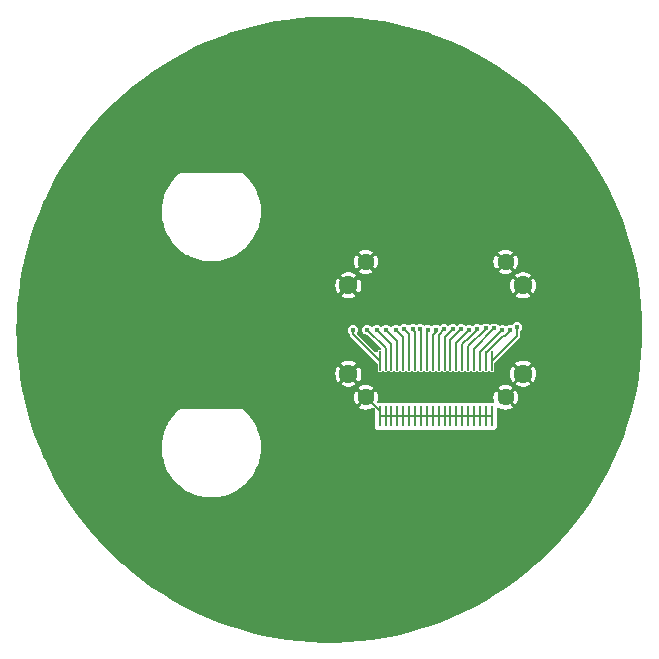
<source format=gbr>
%TF.GenerationSoftware,KiCad,Pcbnew,7.0.2*%
%TF.CreationDate,2023-11-07T11:53:16-07:00*%
%TF.ProjectId,Gateway06,47617465-7761-4793-9036-2e6b69636164,rev?*%
%TF.SameCoordinates,Original*%
%TF.FileFunction,Copper,L1,Top*%
%TF.FilePolarity,Positive*%
%FSLAX46Y46*%
G04 Gerber Fmt 4.6, Leading zero omitted, Abs format (unit mm)*
G04 Created by KiCad (PCBNEW 7.0.2) date 2023-11-07 11:53:16*
%MOMM*%
%LPD*%
G01*
G04 APERTURE LIST*
%TA.AperFunction,ComponentPad*%
%ADD10C,1.600000*%
%TD*%
%TA.AperFunction,ComponentPad*%
%ADD11C,1.450000*%
%TD*%
%TA.AperFunction,SMDPad,CuDef*%
%ADD12R,0.250000X1.700000*%
%TD*%
%TA.AperFunction,ViaPad*%
%ADD13C,0.450000*%
%TD*%
%TA.AperFunction,Conductor*%
%ADD14C,0.127000*%
%TD*%
G04 APERTURE END LIST*
D10*
%TO.P,U2,0,GND*%
%TO.N,GND*%
X1605000Y-3740000D03*
D11*
X3080000Y-5740000D03*
X14920000Y-5740000D03*
D10*
X16395000Y-3740000D03*
D12*
%TO.P,U2,1*%
X13750000Y-7350000D03*
%TO.P,U2,2*%
%TO.N,Net-(U1-Pad2)*%
X13750000Y-2650000D03*
%TO.P,U2,3*%
%TO.N,GND*%
X13250000Y-7350000D03*
%TO.P,U2,4*%
%TO.N,Net-(U1-Pad4)*%
X13250000Y-2650000D03*
%TO.P,U2,5*%
%TO.N,GND*%
X12750000Y-7350000D03*
%TO.P,U2,6*%
%TO.N,Net-(U1-Pad6)*%
X12750000Y-2650000D03*
%TO.P,U2,7*%
%TO.N,GND*%
X12250000Y-7350000D03*
%TO.P,U2,8*%
%TO.N,Net-(U1-Pad8)*%
X12250000Y-2650000D03*
%TO.P,U2,9*%
%TO.N,GND*%
X11750000Y-7350000D03*
%TO.P,U2,10*%
%TO.N,Net-(U1-Pad10)*%
X11750000Y-2650000D03*
%TO.P,U2,11*%
%TO.N,GND*%
X11250000Y-7350000D03*
%TO.P,U2,12*%
%TO.N,Net-(U1-Pad12)*%
X11250000Y-2650000D03*
%TO.P,U2,13*%
%TO.N,GND*%
X10750000Y-7350000D03*
%TO.P,U2,14*%
%TO.N,Net-(U1-Pad14)*%
X10750000Y-2650000D03*
%TO.P,U2,15*%
%TO.N,GND*%
X10250000Y-7350000D03*
%TO.P,U2,16*%
%TO.N,Net-(U1-Pad16)*%
X10250000Y-2650000D03*
%TO.P,U2,17*%
%TO.N,GND*%
X9750000Y-7350000D03*
%TO.P,U2,18*%
%TO.N,Net-(U1-Pad18)*%
X9750000Y-2650000D03*
%TO.P,U2,19*%
%TO.N,GND*%
X9250000Y-7350000D03*
%TO.P,U2,20*%
%TO.N,Net-(U1-Pad20)*%
X9250000Y-2650000D03*
%TO.P,U2,21*%
%TO.N,GND*%
X8750000Y-7350000D03*
%TO.P,U2,22*%
%TO.N,Net-(U1-Pad22)*%
X8750000Y-2650000D03*
%TO.P,U2,23*%
%TO.N,GND*%
X8250000Y-7350000D03*
%TO.P,U2,24*%
%TO.N,Net-(U1-Pad24)*%
X8250000Y-2650000D03*
%TO.P,U2,25*%
%TO.N,GND*%
X7750000Y-7350000D03*
%TO.P,U2,26*%
%TO.N,Net-(U1-Pad26)*%
X7750000Y-2650000D03*
%TO.P,U2,27*%
%TO.N,GND*%
X7250000Y-7350000D03*
%TO.P,U2,28*%
%TO.N,Net-(U1-Pad28)*%
X7250000Y-2650000D03*
%TO.P,U2,29*%
%TO.N,GND*%
X6750000Y-7350000D03*
%TO.P,U2,30*%
%TO.N,Net-(U1-Pad30)*%
X6750000Y-2650000D03*
%TO.P,U2,31*%
%TO.N,GND*%
X6250000Y-7350000D03*
%TO.P,U2,32*%
%TO.N,Net-(U1-Pad32)*%
X6250000Y-2650000D03*
%TO.P,U2,33*%
%TO.N,GND*%
X5750000Y-7350000D03*
%TO.P,U2,34*%
%TO.N,Net-(U1-Pad34)*%
X5750000Y-2650000D03*
%TO.P,U2,35*%
%TO.N,GND*%
X5250000Y-7350000D03*
%TO.P,U2,36*%
%TO.N,Net-(U1-Pad36)*%
X5250000Y-2650000D03*
%TO.P,U2,37*%
%TO.N,GND*%
X4750000Y-7350000D03*
%TO.P,U2,38*%
%TO.N,Net-(U1-Pad38)*%
X4750000Y-2650000D03*
%TO.P,U2,39*%
%TO.N,GND*%
X4250000Y-7350000D03*
%TO.P,U2,40*%
%TO.N,Net-(U1-Pad40)*%
X4250000Y-2650000D03*
%TD*%
D10*
%TO.P,U1,0,GND*%
%TO.N,GND*%
X1605000Y3740000D03*
D11*
X3080000Y5740000D03*
X14920000Y5740000D03*
D10*
X16395000Y3740000D03*
%TD*%
D13*
%TO.N,Net-(U1-Pad22)*%
X8986753Y1787D03*
%TO.N,Net-(U1-Pad2)*%
X15879311Y211400D03*
%TO.N,Net-(U1-Pad4)*%
X15273984Y-24041D03*
%TO.N,Net-(U1-Pad6)*%
X14625000Y-50000D03*
%TO.N,Net-(U1-Pad8)*%
X13975000Y100000D03*
%TO.N,Net-(U1-Pad10)*%
X13225000Y100000D03*
%TO.N,Net-(U1-Pad12)*%
X12500000Y50000D03*
%TO.N,Net-(U1-Pad14)*%
X11822061Y-31266D03*
%TO.N,Net-(U1-Pad16)*%
X11175000Y25000D03*
%TO.N,Net-(U1-Pad18)*%
X10425000Y25000D03*
%TO.N,Net-(U1-Pad20)*%
X9700000Y25000D03*
%TO.N,Net-(U1-Pad24)*%
X8337300Y-6159D03*
%TO.N,Net-(U1-Pad26)*%
X7689675Y43184D03*
%TO.N,Net-(U1-Pad28)*%
X7034413Y47038D03*
%TO.N,Net-(U1-Pad30)*%
X6340726Y50588D03*
%TO.N,Net-(U1-Pad32)*%
X5600000Y0D03*
%TO.N,Net-(U1-Pad34)*%
X4800000Y0D03*
%TO.N,Net-(U1-Pad36)*%
X4000000Y0D03*
%TO.N,Net-(U1-Pad38)*%
X3200000Y0D03*
%TO.N,Net-(U1-Pad40)*%
X2000000Y0D03*
%TD*%
D14*
%TO.N,GND*%
X4250000Y-6910000D02*
X4250000Y-7350000D01*
X3080000Y-5740000D02*
X4250000Y-6910000D01*
%TO.N,Net-(U1-Pad22)*%
X8750000Y-450000D02*
X8986753Y-213247D01*
X8986753Y-213247D02*
X8986753Y1787D01*
%TO.N,GND*%
X13750000Y-7350000D02*
X4250000Y-7350000D01*
%TO.N,Net-(U1-Pad2)*%
X15879311Y-520689D02*
X15879311Y211400D01*
X13750000Y-2650000D02*
X15879311Y-520689D01*
%TO.N,Net-(U1-Pad4)*%
X15273984Y-91860D02*
X15273984Y-24041D01*
X14827344Y-538500D02*
X15273984Y-91860D01*
X14659500Y-538500D02*
X14827344Y-538500D01*
X13250000Y-1948000D02*
X14659500Y-538500D01*
X13250000Y-2650000D02*
X13250000Y-1948000D01*
%TO.N,Net-(U1-Pad6)*%
X12750000Y-1925000D02*
X14625000Y-50000D01*
X12750000Y-2650000D02*
X12750000Y-1925000D01*
%TO.N,Net-(U1-Pad8)*%
X12250000Y-1625000D02*
X13975000Y100000D01*
X12250000Y-2650000D02*
X12250000Y-1625000D01*
%TO.N,Net-(U1-Pad10)*%
X11750000Y-1390844D02*
X11750000Y-2650000D01*
X13225000Y84156D02*
X11750000Y-1390844D01*
X13225000Y100000D02*
X13225000Y84156D01*
%TO.N,Net-(U1-Pad12)*%
X12500000Y-44171D02*
X12500000Y50000D01*
X11919171Y-625000D02*
X12500000Y-44171D01*
X11875000Y-625000D02*
X11919171Y-625000D01*
X11250000Y-1250000D02*
X11875000Y-625000D01*
X11250000Y-2650000D02*
X11250000Y-1250000D01*
%TO.N,Net-(U1-Pad14)*%
X10750000Y-1103327D02*
X11822061Y-31266D01*
X10750000Y-2650000D02*
X10750000Y-1103327D01*
%TO.N,Net-(U1-Pad16)*%
X11115844Y25000D02*
X10250000Y-840844D01*
X11175000Y25000D02*
X11115844Y25000D01*
X10250000Y-840844D02*
X10250000Y-2650000D01*
%TO.N,Net-(U1-Pad18)*%
X9750000Y-650000D02*
X10425000Y25000D01*
X9750000Y-2650000D02*
X9750000Y-650000D01*
%TO.N,Net-(U1-Pad20)*%
X9250000Y-425103D02*
X9250000Y-2650000D01*
X9700000Y24897D02*
X9250000Y-425103D01*
X9700000Y25000D02*
X9700000Y24897D01*
%TO.N,Net-(U1-Pad22)*%
X8750000Y-2650000D02*
X8750000Y-450000D01*
%TO.N,Net-(U1-Pad24)*%
X8250000Y-93459D02*
X8337300Y-6159D01*
X8250000Y-2650000D02*
X8250000Y-93459D01*
%TO.N,Net-(U1-Pad26)*%
X7750000Y-17141D02*
X7750000Y-2650000D01*
X7689675Y43184D02*
X7750000Y-17141D01*
%TO.N,Net-(U1-Pad28)*%
X7250000Y-168549D02*
X7034413Y47038D01*
X7250000Y-2650000D02*
X7250000Y-168549D01*
%TO.N,Net-(U1-Pad30)*%
X6340726Y50588D02*
X6750000Y-358686D01*
X6750000Y-358686D02*
X6750000Y-2650000D01*
%TO.N,Net-(U1-Pad32)*%
X6250000Y-650000D02*
X5600000Y0D01*
X6250000Y-2650000D02*
X6250000Y-650000D01*
%TO.N,Net-(U1-Pad34)*%
X4800000Y0D02*
X5750000Y-950000D01*
X5750000Y-950000D02*
X5750000Y-2650000D01*
%TO.N,Net-(U1-Pad36)*%
X5250000Y-1250000D02*
X4000000Y0D01*
X5250000Y-2650000D02*
X5250000Y-1250000D01*
%TO.N,Net-(U1-Pad38)*%
X3200000Y0D02*
X4750000Y-1550000D01*
X4750000Y-1550000D02*
X4750000Y-2650000D01*
%TO.N,Net-(U1-Pad40)*%
X2000000Y-400000D02*
X2000000Y0D01*
X4250000Y-2650000D02*
X2000000Y-400000D01*
%TD*%
%TA.AperFunction,Conductor*%
%TO.N,GND*%
G36*
X516309Y26494422D02*
G01*
X1538364Y26454761D01*
X1543242Y26454477D01*
X2563000Y26375215D01*
X2567864Y26374742D01*
X3583779Y26255999D01*
X3588620Y26255338D01*
X4599183Y26097289D01*
X4603996Y26096440D01*
X5607635Y25899332D01*
X5612411Y25898298D01*
X6607690Y25662412D01*
X6612422Y25661193D01*
X7597802Y25386894D01*
X7602483Y25385492D01*
X8576457Y25073200D01*
X8581080Y25071618D01*
X9542237Y24721786D01*
X9546796Y24720026D01*
X10493642Y24333196D01*
X10498129Y24331261D01*
X11429285Y23907999D01*
X11433694Y23905891D01*
X12347754Y23446832D01*
X12352077Y23444554D01*
X13247603Y22950424D01*
X13251835Y22947981D01*
X14127566Y22419474D01*
X14131700Y22416868D01*
X14986239Y21854829D01*
X14990269Y21852066D01*
X15822426Y21257277D01*
X15826346Y21254358D01*
X16634769Y20627782D01*
X16638572Y20624715D01*
X17422126Y19967236D01*
X17425808Y19964023D01*
X18183264Y19276667D01*
X18186804Y19273327D01*
X18917035Y18557121D01*
X18920457Y18553632D01*
X19622358Y17809661D01*
X19625642Y17806043D01*
X20298195Y17035382D01*
X20301336Y17031638D01*
X20943467Y16235521D01*
X20946461Y16231659D01*
X21557274Y15411194D01*
X21560115Y15407219D01*
X22138624Y14563733D01*
X22141309Y14559650D01*
X22686692Y13694341D01*
X22689217Y13690157D01*
X23200627Y12804367D01*
X23202988Y12800089D01*
X23679681Y11895112D01*
X23681874Y11890745D01*
X24123111Y10967975D01*
X24125133Y10963526D01*
X24530256Y10024345D01*
X24532104Y10019822D01*
X24900499Y9065658D01*
X24902171Y9061065D01*
X25233301Y8093299D01*
X25234793Y8088646D01*
X25528148Y7108774D01*
X25529458Y7104067D01*
X25784593Y6113572D01*
X25785720Y6108817D01*
X26002256Y5109174D01*
X26003198Y5104379D01*
X26180813Y4097075D01*
X26181568Y4092247D01*
X26319990Y3078816D01*
X26320557Y3073962D01*
X26419576Y2055950D01*
X26419955Y2051078D01*
X26479429Y1029955D01*
X26479618Y1025072D01*
X26499452Y2443D01*
X26499452Y-2443D01*
X26479618Y-1025072D01*
X26479429Y-1029955D01*
X26419955Y-2051078D01*
X26419576Y-2055950D01*
X26320557Y-3073962D01*
X26319990Y-3078816D01*
X26181568Y-4092247D01*
X26180813Y-4097075D01*
X26003198Y-5104379D01*
X26002256Y-5109174D01*
X25785720Y-6108817D01*
X25784593Y-6113572D01*
X25529458Y-7104067D01*
X25528148Y-7108774D01*
X25234793Y-8088646D01*
X25233301Y-8093299D01*
X24902171Y-9061065D01*
X24900499Y-9065658D01*
X24532104Y-10019822D01*
X24530256Y-10024345D01*
X24125133Y-10963526D01*
X24123111Y-10967975D01*
X23681874Y-11890745D01*
X23679681Y-11895112D01*
X23202988Y-12800089D01*
X23200627Y-12804367D01*
X22689217Y-13690157D01*
X22686692Y-13694341D01*
X22141309Y-14559650D01*
X22138624Y-14563733D01*
X21560115Y-15407219D01*
X21557274Y-15411194D01*
X20946461Y-16231659D01*
X20943467Y-16235521D01*
X20301336Y-17031638D01*
X20298195Y-17035382D01*
X19625642Y-17806043D01*
X19622358Y-17809661D01*
X18920457Y-18553632D01*
X18917035Y-18557121D01*
X18186804Y-19273327D01*
X18183264Y-19276667D01*
X17774690Y-19647429D01*
X17425808Y-19964023D01*
X17422126Y-19967236D01*
X16638572Y-20624715D01*
X16634769Y-20627782D01*
X15826346Y-21254358D01*
X15822426Y-21257277D01*
X14990269Y-21852066D01*
X14986239Y-21854829D01*
X14131700Y-22416868D01*
X14127566Y-22419474D01*
X13251835Y-22947981D01*
X13247603Y-22950424D01*
X12352077Y-23444554D01*
X12347754Y-23446832D01*
X11433694Y-23905891D01*
X11429285Y-23907999D01*
X10498129Y-24331261D01*
X10493642Y-24333196D01*
X9546796Y-24720026D01*
X9542237Y-24721786D01*
X8581080Y-25071618D01*
X8576457Y-25073200D01*
X7602483Y-25385492D01*
X7597802Y-25386894D01*
X6612422Y-25661193D01*
X6607690Y-25662412D01*
X5612411Y-25898298D01*
X5607635Y-25899332D01*
X4603996Y-26096440D01*
X4599183Y-26097289D01*
X3588620Y-26255338D01*
X3583779Y-26255999D01*
X2567864Y-26374742D01*
X2563000Y-26375215D01*
X1543242Y-26454477D01*
X1538364Y-26454761D01*
X516309Y-26494422D01*
X511423Y-26494517D01*
X-511423Y-26494517D01*
X-516309Y-26494422D01*
X-1538364Y-26454761D01*
X-1543242Y-26454477D01*
X-2563000Y-26375215D01*
X-2567864Y-26374742D01*
X-3583779Y-26255999D01*
X-3588620Y-26255338D01*
X-4599183Y-26097289D01*
X-4603996Y-26096440D01*
X-5607635Y-25899332D01*
X-5612411Y-25898298D01*
X-6607690Y-25662412D01*
X-6612422Y-25661193D01*
X-7597802Y-25386894D01*
X-7602483Y-25385492D01*
X-8576457Y-25073200D01*
X-8581080Y-25071618D01*
X-9542237Y-24721786D01*
X-9546796Y-24720026D01*
X-10493642Y-24333196D01*
X-10498129Y-24331261D01*
X-11429285Y-23907999D01*
X-11433694Y-23905891D01*
X-12347754Y-23446832D01*
X-12352077Y-23444554D01*
X-13247603Y-22950424D01*
X-13251835Y-22947981D01*
X-14127566Y-22419474D01*
X-14131700Y-22416868D01*
X-14986239Y-21854829D01*
X-14990269Y-21852066D01*
X-15822426Y-21257277D01*
X-15826346Y-21254358D01*
X-16634769Y-20627782D01*
X-16638572Y-20624715D01*
X-17422126Y-19967236D01*
X-17425808Y-19964023D01*
X-17774690Y-19647429D01*
X-18183264Y-19276667D01*
X-18186804Y-19273327D01*
X-18917035Y-18557121D01*
X-18920457Y-18553632D01*
X-19622358Y-17809661D01*
X-19625642Y-17806043D01*
X-20298195Y-17035382D01*
X-20301336Y-17031638D01*
X-20943467Y-16235521D01*
X-20946461Y-16231659D01*
X-21557274Y-15411194D01*
X-21560115Y-15407219D01*
X-22138624Y-14563733D01*
X-22141309Y-14559650D01*
X-22686692Y-13694341D01*
X-22689217Y-13690157D01*
X-23200627Y-12804367D01*
X-23202988Y-12800089D01*
X-23679681Y-11895112D01*
X-23681874Y-11890745D01*
X-24123111Y-10967975D01*
X-24125133Y-10963526D01*
X-24530256Y-10024345D01*
X-24532104Y-10019822D01*
X-24538822Y-10002423D01*
X-14206453Y-10002423D01*
X-14191148Y-10319983D01*
X-14191023Y-10323744D01*
X-14190402Y-10357679D01*
X-14189103Y-10362427D01*
X-14187190Y-10402115D01*
X-14139476Y-10732742D01*
X-14139471Y-10732773D01*
X-14139016Y-10736272D01*
X-14136303Y-10759684D01*
X-14135148Y-10762729D01*
X-14130034Y-10798167D01*
X-14046842Y-11140357D01*
X-14046126Y-11143485D01*
X-14043721Y-11154639D01*
X-14043029Y-11156043D01*
X-14035504Y-11186997D01*
X-13904454Y-11565085D01*
X-13738071Y-11929010D01*
X-13537860Y-12275478D01*
X-13305634Y-12601354D01*
X-13043492Y-12903689D01*
X-12753809Y-13179747D01*
X-12439205Y-13427030D01*
X-12102527Y-13643300D01*
X-11746823Y-13826600D01*
X-11375311Y-13975271D01*
X-10991352Y-14087967D01*
X-10598423Y-14163670D01*
X-10200078Y-14201693D01*
X-9802910Y-14201693D01*
X-9799922Y-14201693D01*
X-9401577Y-14163670D01*
X-9008648Y-14087967D01*
X-8624689Y-13975271D01*
X-8253177Y-13826600D01*
X-7897473Y-13643300D01*
X-7727820Y-13534321D01*
X-7563321Y-13428653D01*
X-7563315Y-13428649D01*
X-7560795Y-13427030D01*
X-7246191Y-13179747D01*
X-7244031Y-13177689D01*
X-6958666Y-12905746D01*
X-6958660Y-12905740D01*
X-6956508Y-12903689D01*
X-6694366Y-12601354D01*
X-6462140Y-12275478D01*
X-6261929Y-11929010D01*
X-6260687Y-11926295D01*
X-6260681Y-11926282D01*
X-6096789Y-11567804D01*
X-6096788Y-11567802D01*
X-6095546Y-11565085D01*
X-6086400Y-11538700D01*
X-6086397Y-11538695D01*
X-6086354Y-11538566D01*
X-5965477Y-11189827D01*
X-5964496Y-11186997D01*
X-5963790Y-11184094D01*
X-5963787Y-11184083D01*
X-5956969Y-11156040D01*
X-5956348Y-11154966D01*
X-5953867Y-11143457D01*
X-5953131Y-11140249D01*
X-5870670Y-10801066D01*
X-5870666Y-10801050D01*
X-5869966Y-10798167D01*
X-5864851Y-10762726D01*
X-5863775Y-10760373D01*
X-5860979Y-10736239D01*
X-5860524Y-10732742D01*
X-5813238Y-10405086D01*
X-5813236Y-10405070D01*
X-5812810Y-10402115D01*
X-5812666Y-10399129D01*
X-5812665Y-10399118D01*
X-5810897Y-10362427D01*
X-5809616Y-10358733D01*
X-5808975Y-10323711D01*
X-5808850Y-10319952D01*
X-5793691Y-10005416D01*
X-5793690Y-10005410D01*
X-5793547Y-10002423D01*
X-5793687Y-9999446D01*
X-5793687Y-9999427D01*
X-5795599Y-9958786D01*
X-5794365Y-9953715D01*
X-5797856Y-9909469D01*
X-5798107Y-9905481D01*
X-5812209Y-9605703D01*
X-5812209Y-9605699D01*
X-5812350Y-9602709D01*
X-5812775Y-9599737D01*
X-5819099Y-9555553D01*
X-5818167Y-9549107D01*
X-5827353Y-9497384D01*
X-5828023Y-9493208D01*
X-5868625Y-9209554D01*
X-5869049Y-9206591D01*
X-5869748Y-9203698D01*
X-5869753Y-9203676D01*
X-5881178Y-9156449D01*
X-5880802Y-9148667D01*
X-5896882Y-9091189D01*
X-5898009Y-9086868D01*
X-5962429Y-8820552D01*
X-5962433Y-8820537D01*
X-5963131Y-8817653D01*
X-5964106Y-8814829D01*
X-5981258Y-8765159D01*
X-5981682Y-8756119D01*
X-6005535Y-8694586D01*
X-6007152Y-8690173D01*
X-6092766Y-8442247D01*
X-6092771Y-8442234D01*
X-6093745Y-8439414D01*
X-6094985Y-8436693D01*
X-6094994Y-8436671D01*
X-6118425Y-8385265D01*
X-6119882Y-8375072D01*
X-6152112Y-8311126D01*
X-6154247Y-8306675D01*
X-6258460Y-8078037D01*
X-6258464Y-8078027D01*
X-6259709Y-8075298D01*
X-6261210Y-8072693D01*
X-6261215Y-8072683D01*
X-6291402Y-8020304D01*
X-6294111Y-8009096D01*
X-6335042Y-7944370D01*
X-6337715Y-7939944D01*
X-6458013Y-7731212D01*
X-6458029Y-7731186D01*
X-6459520Y-7728600D01*
X-6461249Y-7726167D01*
X-6461256Y-7726157D01*
X-6498597Y-7673630D01*
X-6502757Y-7661577D01*
X-6552501Y-7597603D01*
X-6555727Y-7593265D01*
X-6689637Y-7404895D01*
X-6689649Y-7404879D01*
X-6691372Y-7402456D01*
X-6738068Y-7348474D01*
X-6738080Y-7348460D01*
X-6743864Y-7335765D01*
X-6802294Y-7274034D01*
X-6806069Y-7269864D01*
X-6953164Y-7099819D01*
X-6955336Y-7097744D01*
X-7240354Y-6825505D01*
X-7240359Y-6825500D01*
X-7242529Y-6823428D01*
X-7244870Y-6821583D01*
X-7244888Y-6821568D01*
X-7393716Y-6704313D01*
X-7399788Y-6698937D01*
X-7409260Y-6699500D01*
X-12590777Y-6699500D01*
X-12600267Y-6698940D01*
X-12606509Y-6704491D01*
X-12755111Y-6821568D01*
X-12755119Y-6821575D01*
X-12757471Y-6823428D01*
X-13046836Y-7099819D01*
X-13048795Y-7102084D01*
X-13048801Y-7102090D01*
X-13169273Y-7241359D01*
X-13193921Y-7269853D01*
X-13193931Y-7269864D01*
X-13197716Y-7274047D01*
X-13253519Y-7333003D01*
X-13261932Y-7348474D01*
X-13308628Y-7402456D01*
X-13424967Y-7566109D01*
X-13444278Y-7593274D01*
X-13447505Y-7597613D01*
X-13495099Y-7658822D01*
X-13501407Y-7673637D01*
X-13540480Y-7728600D01*
X-13541985Y-7731212D01*
X-13662286Y-7939950D01*
X-13664961Y-7944378D01*
X-13704202Y-8006431D01*
X-13708600Y-8020310D01*
X-13740291Y-8075298D01*
X-13845761Y-8306694D01*
X-13847896Y-8311146D01*
X-13878849Y-8372560D01*
X-13881575Y-8385268D01*
X-13906255Y-8439414D01*
X-13927031Y-8499579D01*
X-13992858Y-8690204D01*
X-13994475Y-8694619D01*
X-14017424Y-8753820D01*
X-14018742Y-8765159D01*
X-14036869Y-8817653D01*
X-14102005Y-9086928D01*
X-14103122Y-9091213D01*
X-14118626Y-9146631D01*
X-14118821Y-9156449D01*
X-14130951Y-9206591D01*
X-14171984Y-9493263D01*
X-14172648Y-9497404D01*
X-14181521Y-9547366D01*
X-14180901Y-9555558D01*
X-14187650Y-9602709D01*
X-14201894Y-9905516D01*
X-14202145Y-9909507D01*
X-14205521Y-9952303D01*
X-14204400Y-9958788D01*
X-14206453Y-10002423D01*
X-24538822Y-10002423D01*
X-24900499Y-9065658D01*
X-24902171Y-9061065D01*
X-25233301Y-8093299D01*
X-25234793Y-8088646D01*
X-25528148Y-7108774D01*
X-25529458Y-7104067D01*
X-25784593Y-6113572D01*
X-25785720Y-6108817D01*
X-25865611Y-5740000D01*
X2050039Y-5740000D01*
X2069829Y-5940935D01*
X2128440Y-6134147D01*
X2223619Y-6312214D01*
X2256088Y-6351777D01*
X2471346Y-6136519D01*
X2549064Y-6240912D01*
X2678894Y-6349853D01*
X2681146Y-6350984D01*
X2468220Y-6563910D01*
X2507785Y-6596380D01*
X2685852Y-6691559D01*
X2879064Y-6750170D01*
X3080000Y-6769960D01*
X3280935Y-6750170D01*
X3474145Y-6691560D01*
X3639603Y-6603120D01*
X3709109Y-6588648D01*
X3775405Y-6614051D01*
X3817444Y-6671264D01*
X3825000Y-6714242D01*
X3825000Y-8241155D01*
X3825420Y-8248407D01*
X3827909Y-8269876D01*
X3873212Y-8372478D01*
X3952520Y-8451786D01*
X4055122Y-8497089D01*
X4076592Y-8499579D01*
X4083853Y-8499999D01*
X4416155Y-8499999D01*
X4423407Y-8499579D01*
X4444872Y-8497090D01*
X4449099Y-8495224D01*
X4519494Y-8486002D01*
X4550896Y-8495222D01*
X4555125Y-8497089D01*
X4576592Y-8499579D01*
X4583853Y-8499999D01*
X4916155Y-8499999D01*
X4923407Y-8499579D01*
X4944872Y-8497090D01*
X4949099Y-8495224D01*
X5019494Y-8486002D01*
X5050896Y-8495222D01*
X5055125Y-8497089D01*
X5076592Y-8499579D01*
X5083853Y-8499999D01*
X5416155Y-8499999D01*
X5423407Y-8499579D01*
X5444872Y-8497090D01*
X5449099Y-8495224D01*
X5519494Y-8486002D01*
X5550896Y-8495222D01*
X5555125Y-8497089D01*
X5576592Y-8499579D01*
X5583853Y-8499999D01*
X5916155Y-8499999D01*
X5923407Y-8499579D01*
X5944872Y-8497090D01*
X5949099Y-8495224D01*
X6019494Y-8486002D01*
X6050896Y-8495222D01*
X6055125Y-8497089D01*
X6076592Y-8499579D01*
X6083853Y-8499999D01*
X6416155Y-8499999D01*
X6423407Y-8499579D01*
X6444872Y-8497090D01*
X6449099Y-8495224D01*
X6519494Y-8486002D01*
X6550896Y-8495222D01*
X6555125Y-8497089D01*
X6576592Y-8499579D01*
X6583853Y-8499999D01*
X6916155Y-8499999D01*
X6923407Y-8499579D01*
X6944872Y-8497090D01*
X6949099Y-8495224D01*
X7019494Y-8486002D01*
X7050896Y-8495222D01*
X7055125Y-8497089D01*
X7076592Y-8499579D01*
X7083853Y-8499999D01*
X7416155Y-8499999D01*
X7423407Y-8499579D01*
X7444872Y-8497090D01*
X7449099Y-8495224D01*
X7519494Y-8486002D01*
X7550896Y-8495222D01*
X7555125Y-8497089D01*
X7576592Y-8499579D01*
X7583853Y-8499999D01*
X7916155Y-8499999D01*
X7923407Y-8499579D01*
X7944872Y-8497090D01*
X7949099Y-8495224D01*
X8019494Y-8486002D01*
X8050896Y-8495222D01*
X8055125Y-8497089D01*
X8076592Y-8499579D01*
X8083853Y-8499999D01*
X8416155Y-8499999D01*
X8423407Y-8499579D01*
X8444872Y-8497090D01*
X8449099Y-8495224D01*
X8519494Y-8486002D01*
X8550896Y-8495222D01*
X8555125Y-8497089D01*
X8576592Y-8499579D01*
X8583853Y-8499999D01*
X8916155Y-8499999D01*
X8923407Y-8499579D01*
X8944872Y-8497090D01*
X8949099Y-8495224D01*
X9019494Y-8486002D01*
X9050896Y-8495222D01*
X9055125Y-8497089D01*
X9076592Y-8499579D01*
X9083853Y-8499999D01*
X9416155Y-8499999D01*
X9423407Y-8499579D01*
X9444872Y-8497090D01*
X9449099Y-8495224D01*
X9519494Y-8486002D01*
X9550896Y-8495222D01*
X9555125Y-8497089D01*
X9576592Y-8499579D01*
X9583853Y-8499999D01*
X9916155Y-8499999D01*
X9923407Y-8499579D01*
X9944872Y-8497090D01*
X9949099Y-8495224D01*
X10019494Y-8486002D01*
X10050896Y-8495222D01*
X10055125Y-8497089D01*
X10076592Y-8499579D01*
X10083853Y-8499999D01*
X10416155Y-8499999D01*
X10423407Y-8499579D01*
X10444872Y-8497090D01*
X10449099Y-8495224D01*
X10519494Y-8486002D01*
X10550896Y-8495222D01*
X10555125Y-8497089D01*
X10576592Y-8499579D01*
X10583853Y-8499999D01*
X10916155Y-8499999D01*
X10923407Y-8499579D01*
X10944872Y-8497090D01*
X10949099Y-8495224D01*
X11019494Y-8486002D01*
X11050896Y-8495222D01*
X11055125Y-8497089D01*
X11076592Y-8499579D01*
X11083853Y-8499999D01*
X11416155Y-8499999D01*
X11423407Y-8499579D01*
X11444872Y-8497090D01*
X11449099Y-8495224D01*
X11519494Y-8486002D01*
X11550896Y-8495222D01*
X11555125Y-8497089D01*
X11576592Y-8499579D01*
X11583853Y-8499999D01*
X11916155Y-8499999D01*
X11923407Y-8499579D01*
X11944872Y-8497090D01*
X11949099Y-8495224D01*
X12019494Y-8486002D01*
X12050896Y-8495222D01*
X12055125Y-8497089D01*
X12076592Y-8499579D01*
X12083853Y-8499999D01*
X12416155Y-8499999D01*
X12423407Y-8499579D01*
X12444872Y-8497090D01*
X12449099Y-8495224D01*
X12519494Y-8486002D01*
X12550896Y-8495222D01*
X12555125Y-8497089D01*
X12576592Y-8499579D01*
X12583853Y-8499999D01*
X12916155Y-8499999D01*
X12923407Y-8499579D01*
X12944872Y-8497090D01*
X12949099Y-8495224D01*
X13019494Y-8486002D01*
X13050896Y-8495222D01*
X13055125Y-8497089D01*
X13076592Y-8499579D01*
X13083853Y-8499999D01*
X13416155Y-8499999D01*
X13423407Y-8499579D01*
X13444872Y-8497090D01*
X13449099Y-8495224D01*
X13519494Y-8486002D01*
X13550896Y-8495222D01*
X13555125Y-8497089D01*
X13576592Y-8499579D01*
X13583853Y-8499999D01*
X13916155Y-8499999D01*
X13923407Y-8499579D01*
X13944876Y-8497090D01*
X14047478Y-8451787D01*
X14126786Y-8372479D01*
X14172089Y-8269877D01*
X14174579Y-8248407D01*
X14174999Y-8241146D01*
X14174999Y-6714242D01*
X14195001Y-6646121D01*
X14248657Y-6599628D01*
X14318931Y-6589524D01*
X14360396Y-6603120D01*
X14525854Y-6691560D01*
X14719064Y-6750170D01*
X14920000Y-6769960D01*
X15120935Y-6750170D01*
X15314145Y-6691560D01*
X15492217Y-6596377D01*
X15531777Y-6563910D01*
X15315499Y-6347632D01*
X15389194Y-6299163D01*
X15505499Y-6175888D01*
X15528382Y-6136251D01*
X15743909Y-6351778D01*
X15743910Y-6351777D01*
X15776377Y-6312217D01*
X15871560Y-6134145D01*
X15930170Y-5940935D01*
X15949960Y-5739999D01*
X15930170Y-5539064D01*
X15871559Y-5345852D01*
X15776380Y-5167785D01*
X15743909Y-5128220D01*
X15528651Y-5343477D01*
X15450936Y-5239088D01*
X15321106Y-5130147D01*
X15318851Y-5129014D01*
X15531778Y-4916088D01*
X15492214Y-4883619D01*
X15314147Y-4788440D01*
X15120935Y-4729829D01*
X14920000Y-4710039D01*
X14719064Y-4729829D01*
X14525854Y-4788439D01*
X14347781Y-4883622D01*
X14308220Y-4916088D01*
X14308220Y-4916089D01*
X14524498Y-5132367D01*
X14450806Y-5180837D01*
X14334501Y-5304112D01*
X14311616Y-5343748D01*
X14096088Y-5128220D01*
X14063622Y-5167781D01*
X13968439Y-5345854D01*
X13909829Y-5539064D01*
X13890039Y-5739999D01*
X13909829Y-5940930D01*
X13939100Y-6037424D01*
X13939733Y-6108418D01*
X13901884Y-6168484D01*
X13837569Y-6198553D01*
X13818526Y-6200000D01*
X13583844Y-6200000D01*
X13576592Y-6200420D01*
X13555121Y-6202910D01*
X13550886Y-6204780D01*
X13480490Y-6213993D01*
X13449109Y-6204779D01*
X13444877Y-6202910D01*
X13423407Y-6200420D01*
X13416146Y-6200000D01*
X13083844Y-6200000D01*
X13076592Y-6200420D01*
X13055121Y-6202910D01*
X13050886Y-6204780D01*
X12980490Y-6213993D01*
X12949109Y-6204779D01*
X12944877Y-6202910D01*
X12923407Y-6200420D01*
X12916146Y-6200000D01*
X12583844Y-6200000D01*
X12576592Y-6200420D01*
X12555121Y-6202910D01*
X12550886Y-6204780D01*
X12480490Y-6213993D01*
X12449109Y-6204779D01*
X12444877Y-6202910D01*
X12423407Y-6200420D01*
X12416146Y-6200000D01*
X12083844Y-6200000D01*
X12076592Y-6200420D01*
X12055121Y-6202910D01*
X12050886Y-6204780D01*
X11980490Y-6213993D01*
X11949109Y-6204779D01*
X11944877Y-6202910D01*
X11923407Y-6200420D01*
X11916146Y-6200000D01*
X11583844Y-6200000D01*
X11576592Y-6200420D01*
X11555121Y-6202910D01*
X11550886Y-6204780D01*
X11480490Y-6213993D01*
X11449109Y-6204779D01*
X11444877Y-6202910D01*
X11423407Y-6200420D01*
X11416146Y-6200000D01*
X11083844Y-6200000D01*
X11076592Y-6200420D01*
X11055121Y-6202910D01*
X11050886Y-6204780D01*
X10980490Y-6213993D01*
X10949109Y-6204779D01*
X10944877Y-6202910D01*
X10923407Y-6200420D01*
X10916146Y-6200000D01*
X10583844Y-6200000D01*
X10576592Y-6200420D01*
X10555121Y-6202910D01*
X10550886Y-6204780D01*
X10480490Y-6213993D01*
X10449109Y-6204779D01*
X10444877Y-6202910D01*
X10423407Y-6200420D01*
X10416146Y-6200000D01*
X10083844Y-6200000D01*
X10076592Y-6200420D01*
X10055121Y-6202910D01*
X10050886Y-6204780D01*
X9980490Y-6213993D01*
X9949109Y-6204779D01*
X9944877Y-6202910D01*
X9923407Y-6200420D01*
X9916146Y-6200000D01*
X9583844Y-6200000D01*
X9576592Y-6200420D01*
X9555121Y-6202910D01*
X9550886Y-6204780D01*
X9480490Y-6213993D01*
X9449109Y-6204779D01*
X9444877Y-6202910D01*
X9423407Y-6200420D01*
X9416146Y-6200000D01*
X9083844Y-6200000D01*
X9076592Y-6200420D01*
X9055121Y-6202910D01*
X9050886Y-6204780D01*
X8980490Y-6213993D01*
X8949109Y-6204779D01*
X8944877Y-6202910D01*
X8923407Y-6200420D01*
X8916146Y-6200000D01*
X8583844Y-6200000D01*
X8576592Y-6200420D01*
X8555121Y-6202910D01*
X8550886Y-6204780D01*
X8480490Y-6213993D01*
X8449109Y-6204779D01*
X8444877Y-6202910D01*
X8423407Y-6200420D01*
X8416146Y-6200000D01*
X8083844Y-6200000D01*
X8076592Y-6200420D01*
X8055121Y-6202910D01*
X8050886Y-6204780D01*
X7980490Y-6213993D01*
X7949109Y-6204779D01*
X7944877Y-6202910D01*
X7923407Y-6200420D01*
X7916146Y-6200000D01*
X7583844Y-6200000D01*
X7576592Y-6200420D01*
X7555121Y-6202910D01*
X7550886Y-6204780D01*
X7480490Y-6213993D01*
X7449109Y-6204779D01*
X7444877Y-6202910D01*
X7423407Y-6200420D01*
X7416146Y-6200000D01*
X7083844Y-6200000D01*
X7076592Y-6200420D01*
X7055121Y-6202910D01*
X7050886Y-6204780D01*
X6980490Y-6213993D01*
X6949109Y-6204779D01*
X6944877Y-6202910D01*
X6923407Y-6200420D01*
X6916146Y-6200000D01*
X6583844Y-6200000D01*
X6576592Y-6200420D01*
X6555121Y-6202910D01*
X6550886Y-6204780D01*
X6480490Y-6213993D01*
X6449109Y-6204779D01*
X6444877Y-6202910D01*
X6423407Y-6200420D01*
X6416146Y-6200000D01*
X6083844Y-6200000D01*
X6076592Y-6200420D01*
X6055121Y-6202910D01*
X6050886Y-6204780D01*
X5980490Y-6213993D01*
X5949109Y-6204779D01*
X5944877Y-6202910D01*
X5923407Y-6200420D01*
X5916146Y-6200000D01*
X5583844Y-6200000D01*
X5576592Y-6200420D01*
X5555121Y-6202910D01*
X5550886Y-6204780D01*
X5480490Y-6213993D01*
X5449109Y-6204779D01*
X5444877Y-6202910D01*
X5423407Y-6200420D01*
X5416146Y-6200000D01*
X5083844Y-6200000D01*
X5076592Y-6200420D01*
X5055121Y-6202910D01*
X5050886Y-6204780D01*
X4980490Y-6213993D01*
X4949109Y-6204779D01*
X4944877Y-6202910D01*
X4923407Y-6200420D01*
X4916146Y-6200000D01*
X4583844Y-6200000D01*
X4576592Y-6200420D01*
X4555121Y-6202910D01*
X4550886Y-6204780D01*
X4480490Y-6213993D01*
X4449109Y-6204779D01*
X4444877Y-6202910D01*
X4423407Y-6200420D01*
X4416146Y-6200000D01*
X4181474Y-6200000D01*
X4113353Y-6179998D01*
X4066860Y-6126342D01*
X4056756Y-6056068D01*
X4060900Y-6037423D01*
X4090170Y-5940933D01*
X4109960Y-5740000D01*
X4090170Y-5539064D01*
X4031559Y-5345852D01*
X3936380Y-5167785D01*
X3903910Y-5128220D01*
X3688652Y-5343478D01*
X3610936Y-5239088D01*
X3481106Y-5130147D01*
X3478851Y-5129014D01*
X3691778Y-4916088D01*
X3652214Y-4883619D01*
X3474147Y-4788440D01*
X3280935Y-4729829D01*
X3080000Y-4710039D01*
X2879064Y-4729829D01*
X2685854Y-4788439D01*
X2507781Y-4883622D01*
X2468220Y-4916088D01*
X2468220Y-4916089D01*
X2684498Y-5132367D01*
X2610806Y-5180837D01*
X2494501Y-5304112D01*
X2471617Y-5343748D01*
X2256089Y-5128220D01*
X2256088Y-5128220D01*
X2223622Y-5167781D01*
X2128439Y-5345854D01*
X2069829Y-5539064D01*
X2050039Y-5740000D01*
X-25865611Y-5740000D01*
X-26002256Y-5109174D01*
X-26003198Y-5104379D01*
X-26180813Y-4097075D01*
X-26181568Y-4092247D01*
X-26229681Y-3740000D01*
X500286Y-3740000D01*
X519096Y-3942988D01*
X574884Y-4139064D01*
X665755Y-4321556D01*
X728379Y-4404486D01*
X728381Y-4404486D01*
X1160184Y-3972682D01*
X1223239Y-4070798D01*
X1331900Y-4164952D01*
X1373281Y-4183850D01*
X937321Y-4619809D01*
X937321Y-4619811D01*
X939261Y-4621580D01*
X1112584Y-4728898D01*
X1302680Y-4802540D01*
X1503072Y-4840000D01*
X1706928Y-4840000D01*
X1907319Y-4802540D01*
X2097414Y-4728898D01*
X2270735Y-4621581D01*
X2272678Y-4619809D01*
X1836719Y-4183850D01*
X1878100Y-4164952D01*
X1986761Y-4070798D01*
X2049814Y-3972683D01*
X2481617Y-4404486D01*
X2481619Y-4404486D01*
X2544244Y-4321558D01*
X2635115Y-4139064D01*
X2690903Y-3942988D01*
X2709713Y-3740000D01*
X15290286Y-3740000D01*
X15309096Y-3942988D01*
X15364884Y-4139064D01*
X15455755Y-4321556D01*
X15518380Y-4404486D01*
X15950184Y-3972682D01*
X16013239Y-4070798D01*
X16121900Y-4164952D01*
X16163281Y-4183850D01*
X15727321Y-4619809D01*
X15727321Y-4619811D01*
X15729261Y-4621580D01*
X15902584Y-4728898D01*
X16092680Y-4802540D01*
X16293072Y-4840000D01*
X16496928Y-4840000D01*
X16697319Y-4802540D01*
X16887414Y-4728898D01*
X17060735Y-4621581D01*
X17062678Y-4619809D01*
X16626719Y-4183850D01*
X16668100Y-4164952D01*
X16776761Y-4070798D01*
X16839814Y-3972683D01*
X17271617Y-4404486D01*
X17271619Y-4404486D01*
X17334244Y-4321558D01*
X17425115Y-4139064D01*
X17480903Y-3942988D01*
X17499713Y-3740000D01*
X17480903Y-3537011D01*
X17425115Y-3340935D01*
X17334244Y-3158443D01*
X17271618Y-3075512D01*
X16839814Y-3507315D01*
X16776761Y-3409202D01*
X16668100Y-3315048D01*
X16626717Y-3296149D01*
X17062677Y-2860189D01*
X17062677Y-2860188D01*
X17060736Y-2858418D01*
X16887414Y-2751101D01*
X16697319Y-2677459D01*
X16496928Y-2640000D01*
X16293072Y-2640000D01*
X16092680Y-2677459D01*
X15902585Y-2751101D01*
X15729263Y-2858419D01*
X15727320Y-2860189D01*
X16163280Y-3296149D01*
X16121900Y-3315048D01*
X16013239Y-3409202D01*
X15950185Y-3507316D01*
X15518381Y-3075512D01*
X15518379Y-3075512D01*
X15455754Y-3158442D01*
X15364884Y-3340935D01*
X15309096Y-3537011D01*
X15290286Y-3740000D01*
X2709713Y-3740000D01*
X2690903Y-3537011D01*
X2635115Y-3340935D01*
X2544244Y-3158443D01*
X2481618Y-3075512D01*
X2049814Y-3507315D01*
X1986761Y-3409202D01*
X1878100Y-3315048D01*
X1836718Y-3296149D01*
X2272677Y-2860190D01*
X2272677Y-2860188D01*
X2270736Y-2858418D01*
X2097414Y-2751101D01*
X1907319Y-2677459D01*
X1706928Y-2640000D01*
X1503072Y-2640000D01*
X1302680Y-2677459D01*
X1112585Y-2751101D01*
X939263Y-2858419D01*
X937321Y-2860189D01*
X1373281Y-3296149D01*
X1331900Y-3315048D01*
X1223239Y-3409202D01*
X1160184Y-3507316D01*
X728380Y-3075512D01*
X728379Y-3075512D01*
X665754Y-3158442D01*
X574884Y-3340935D01*
X519096Y-3537011D01*
X500286Y-3740000D01*
X-26229681Y-3740000D01*
X-26319990Y-3078816D01*
X-26320557Y-3073962D01*
X-26419576Y-2055950D01*
X-26419955Y-2051078D01*
X-26479429Y-1029955D01*
X-26479618Y-1025072D01*
X-26499452Y-2443D01*
X-26499452Y0D01*
X1569195Y0D01*
X1583362Y-89442D01*
X1590281Y-133126D01*
X1613420Y-178538D01*
X1651473Y-253222D01*
X1694391Y-296140D01*
X1728417Y-358452D01*
X1728692Y-389262D01*
X1735392Y-422948D01*
X1736000Y-426002D01*
X1751317Y-503008D01*
X1809667Y-590333D01*
X1821394Y-598169D01*
X1840485Y-613837D01*
X4037595Y-2810948D01*
X4071621Y-2873260D01*
X4074500Y-2900043D01*
X4074500Y-3504971D01*
X4077429Y-3519702D01*
X4077429Y-3519703D01*
X4077430Y-3519704D01*
X4088592Y-3536408D01*
X4105296Y-3547570D01*
X4120027Y-3550500D01*
X4379972Y-3550499D01*
X4394704Y-3547570D01*
X4411408Y-3536408D01*
X4411408Y-3536406D01*
X4429994Y-3523988D01*
X4497746Y-3502770D01*
X4566214Y-3521551D01*
X4570005Y-3523987D01*
X4588590Y-3536406D01*
X4588592Y-3536408D01*
X4605296Y-3547570D01*
X4620027Y-3550500D01*
X4879972Y-3550499D01*
X4894704Y-3547570D01*
X4911408Y-3536408D01*
X4911408Y-3536406D01*
X4929994Y-3523988D01*
X4997746Y-3502770D01*
X5066214Y-3521551D01*
X5070005Y-3523987D01*
X5088590Y-3536406D01*
X5088592Y-3536408D01*
X5105296Y-3547570D01*
X5120027Y-3550500D01*
X5379972Y-3550499D01*
X5394704Y-3547570D01*
X5411408Y-3536408D01*
X5411408Y-3536406D01*
X5429994Y-3523988D01*
X5497746Y-3502770D01*
X5566214Y-3521551D01*
X5570005Y-3523987D01*
X5588590Y-3536406D01*
X5588592Y-3536408D01*
X5605296Y-3547570D01*
X5620027Y-3550500D01*
X5879972Y-3550499D01*
X5894704Y-3547570D01*
X5911408Y-3536408D01*
X5911408Y-3536406D01*
X5929994Y-3523988D01*
X5997746Y-3502770D01*
X6066214Y-3521551D01*
X6070005Y-3523987D01*
X6088590Y-3536406D01*
X6088592Y-3536408D01*
X6105296Y-3547570D01*
X6120027Y-3550500D01*
X6379972Y-3550499D01*
X6394704Y-3547570D01*
X6411408Y-3536408D01*
X6411408Y-3536406D01*
X6429994Y-3523988D01*
X6497746Y-3502770D01*
X6566214Y-3521551D01*
X6570005Y-3523987D01*
X6588590Y-3536406D01*
X6588592Y-3536408D01*
X6605296Y-3547570D01*
X6620027Y-3550500D01*
X6879972Y-3550499D01*
X6894704Y-3547570D01*
X6911408Y-3536408D01*
X6911408Y-3536406D01*
X6929994Y-3523988D01*
X6997746Y-3502770D01*
X7066214Y-3521551D01*
X7070005Y-3523987D01*
X7088590Y-3536406D01*
X7088592Y-3536408D01*
X7105296Y-3547570D01*
X7120027Y-3550500D01*
X7379972Y-3550499D01*
X7394704Y-3547570D01*
X7411408Y-3536408D01*
X7411408Y-3536406D01*
X7429994Y-3523988D01*
X7497746Y-3502770D01*
X7566214Y-3521551D01*
X7570005Y-3523987D01*
X7588590Y-3536406D01*
X7588592Y-3536408D01*
X7605296Y-3547570D01*
X7620027Y-3550500D01*
X7879972Y-3550499D01*
X7894704Y-3547570D01*
X7911408Y-3536408D01*
X7911408Y-3536406D01*
X7929994Y-3523988D01*
X7997746Y-3502770D01*
X8066214Y-3521551D01*
X8070005Y-3523987D01*
X8088590Y-3536406D01*
X8088592Y-3536408D01*
X8105296Y-3547570D01*
X8120027Y-3550500D01*
X8379972Y-3550499D01*
X8394704Y-3547570D01*
X8411408Y-3536408D01*
X8411408Y-3536406D01*
X8429994Y-3523988D01*
X8497746Y-3502770D01*
X8566214Y-3521551D01*
X8570005Y-3523987D01*
X8588590Y-3536406D01*
X8588592Y-3536408D01*
X8605296Y-3547570D01*
X8620027Y-3550500D01*
X8879972Y-3550499D01*
X8894704Y-3547570D01*
X8911408Y-3536408D01*
X8911408Y-3536406D01*
X8929994Y-3523988D01*
X8997746Y-3502770D01*
X9066214Y-3521551D01*
X9070005Y-3523987D01*
X9088590Y-3536406D01*
X9088592Y-3536408D01*
X9105296Y-3547570D01*
X9120027Y-3550500D01*
X9379972Y-3550499D01*
X9394704Y-3547570D01*
X9411408Y-3536408D01*
X9411408Y-3536406D01*
X9429994Y-3523988D01*
X9497746Y-3502770D01*
X9566214Y-3521551D01*
X9570005Y-3523987D01*
X9588590Y-3536406D01*
X9588592Y-3536408D01*
X9605296Y-3547570D01*
X9620027Y-3550500D01*
X9879972Y-3550499D01*
X9894704Y-3547570D01*
X9911408Y-3536408D01*
X9911408Y-3536406D01*
X9929994Y-3523988D01*
X9997746Y-3502770D01*
X10066214Y-3521551D01*
X10070005Y-3523987D01*
X10088590Y-3536406D01*
X10088592Y-3536408D01*
X10105296Y-3547570D01*
X10120027Y-3550500D01*
X10379972Y-3550499D01*
X10394704Y-3547570D01*
X10411408Y-3536408D01*
X10411408Y-3536406D01*
X10429994Y-3523988D01*
X10497746Y-3502770D01*
X10566214Y-3521551D01*
X10570005Y-3523987D01*
X10588590Y-3536406D01*
X10588592Y-3536408D01*
X10605296Y-3547570D01*
X10620027Y-3550500D01*
X10879972Y-3550499D01*
X10894704Y-3547570D01*
X10911408Y-3536408D01*
X10911408Y-3536406D01*
X10929994Y-3523988D01*
X10997746Y-3502770D01*
X11066214Y-3521551D01*
X11070005Y-3523987D01*
X11088590Y-3536406D01*
X11088592Y-3536408D01*
X11105296Y-3547570D01*
X11120027Y-3550500D01*
X11379972Y-3550499D01*
X11394704Y-3547570D01*
X11411408Y-3536408D01*
X11411408Y-3536406D01*
X11429994Y-3523988D01*
X11497746Y-3502770D01*
X11566214Y-3521551D01*
X11570005Y-3523987D01*
X11588590Y-3536406D01*
X11588592Y-3536408D01*
X11605296Y-3547570D01*
X11620027Y-3550500D01*
X11879972Y-3550499D01*
X11894704Y-3547570D01*
X11911408Y-3536408D01*
X11911408Y-3536406D01*
X11929994Y-3523988D01*
X11997746Y-3502770D01*
X12066214Y-3521551D01*
X12070005Y-3523987D01*
X12088590Y-3536406D01*
X12088592Y-3536408D01*
X12105296Y-3547570D01*
X12120027Y-3550500D01*
X12379972Y-3550499D01*
X12394704Y-3547570D01*
X12411408Y-3536408D01*
X12411408Y-3536406D01*
X12429994Y-3523988D01*
X12497746Y-3502770D01*
X12566214Y-3521551D01*
X12570005Y-3523987D01*
X12588590Y-3536406D01*
X12588592Y-3536408D01*
X12605296Y-3547570D01*
X12620027Y-3550500D01*
X12879972Y-3550499D01*
X12894704Y-3547570D01*
X12911408Y-3536408D01*
X12911408Y-3536406D01*
X12929994Y-3523988D01*
X12997746Y-3502770D01*
X13066214Y-3521551D01*
X13070005Y-3523987D01*
X13088590Y-3536406D01*
X13088592Y-3536408D01*
X13105296Y-3547570D01*
X13120027Y-3550500D01*
X13379972Y-3550499D01*
X13394704Y-3547570D01*
X13411408Y-3536408D01*
X13411408Y-3536406D01*
X13429994Y-3523988D01*
X13497746Y-3502770D01*
X13566214Y-3521551D01*
X13570005Y-3523987D01*
X13588590Y-3536406D01*
X13588592Y-3536408D01*
X13605296Y-3547570D01*
X13620027Y-3550500D01*
X13879972Y-3550499D01*
X13894704Y-3547570D01*
X13911408Y-3536408D01*
X13922570Y-3519704D01*
X13925500Y-3504973D01*
X13925499Y-2900040D01*
X13945501Y-2831920D01*
X13962399Y-2810951D01*
X16038826Y-734524D01*
X16057914Y-718859D01*
X16069644Y-711022D01*
X16127994Y-623697D01*
X16143311Y-546691D01*
X16143311Y-546690D01*
X16145732Y-534520D01*
X16145732Y-534515D01*
X16148482Y-520688D01*
X16145732Y-506861D01*
X16143311Y-482282D01*
X16143311Y-178538D01*
X16163313Y-110417D01*
X16180216Y-89442D01*
X16227839Y-41820D01*
X16289030Y78274D01*
X16310115Y211400D01*
X16289030Y344526D01*
X16227839Y464620D01*
X16132531Y559928D01*
X16012437Y621119D01*
X15879311Y642204D01*
X15746185Y621119D01*
X15626091Y559928D01*
X15626090Y559927D01*
X15626088Y559926D01*
X15530783Y464621D01*
X15525887Y455012D01*
X15477138Y403398D01*
X15408223Y386333D01*
X15393921Y387766D01*
X15273984Y406763D01*
X15273983Y406762D01*
X15273983Y406763D01*
X15255781Y403879D01*
X15140858Y385678D01*
X15020764Y324487D01*
X15020763Y324486D01*
X15020761Y324485D01*
X15020184Y323908D01*
X14957872Y289882D01*
X14887057Y294947D01*
X14873890Y300734D01*
X14758126Y359719D01*
X14625000Y380804D01*
X14491874Y359719D01*
X14457611Y342261D01*
X14387838Y329157D01*
X14322053Y355856D01*
X14311323Y365424D01*
X14228220Y448528D01*
X14108126Y509719D01*
X13975000Y530804D01*
X13841874Y509719D01*
X13721780Y448528D01*
X13721779Y448527D01*
X13721777Y448526D01*
X13689095Y415844D01*
X13626783Y381818D01*
X13555968Y386883D01*
X13510905Y415844D01*
X13478222Y448526D01*
X13478220Y448528D01*
X13358126Y509719D01*
X13225000Y530804D01*
X13091874Y509719D01*
X12971780Y448528D01*
X12926593Y403341D01*
X12864284Y369318D01*
X12793469Y374382D01*
X12766147Y391940D01*
X12753222Y398525D01*
X12753220Y398528D01*
X12633126Y459719D01*
X12500000Y480804D01*
X12366874Y459719D01*
X12246780Y398528D01*
X12246779Y398527D01*
X12246777Y398526D01*
X12199788Y351537D01*
X12137476Y317511D01*
X12066661Y322576D01*
X12053490Y328365D01*
X12045292Y332542D01*
X11955187Y378453D01*
X11822061Y399538D01*
X11688935Y378453D01*
X11613122Y339824D01*
X11594526Y330349D01*
X11524750Y317244D01*
X11458965Y343944D01*
X11448235Y353512D01*
X11428220Y373528D01*
X11308126Y434719D01*
X11175000Y455804D01*
X11041874Y434719D01*
X10921780Y373528D01*
X10921779Y373527D01*
X10921777Y373526D01*
X10889095Y340844D01*
X10826783Y306818D01*
X10755968Y311883D01*
X10710905Y340844D01*
X10678222Y373526D01*
X10678220Y373528D01*
X10558126Y434719D01*
X10425000Y455804D01*
X10291874Y434719D01*
X10171780Y373528D01*
X10151594Y353342D01*
X10089285Y319318D01*
X10018469Y324382D01*
X9973405Y353342D01*
X9953220Y373528D01*
X9833126Y434719D01*
X9700000Y455804D01*
X9566874Y434719D01*
X9446780Y373528D01*
X9446779Y373527D01*
X9446777Y373526D01*
X9420864Y347613D01*
X9358552Y313587D01*
X9287737Y318652D01*
X9242673Y347614D01*
X9239973Y350315D01*
X9119879Y411506D01*
X8986753Y432591D01*
X8853627Y411506D01*
X8733535Y350316D01*
X8715752Y341255D01*
X8713985Y344722D01*
X8682437Y327489D01*
X8611621Y332542D01*
X8598430Y338338D01*
X8590521Y342367D01*
X8590520Y342369D01*
X8470426Y403560D01*
X8337300Y424645D01*
X8204174Y403560D01*
X8104802Y352927D01*
X8035027Y339824D01*
X7969242Y366524D01*
X7958512Y376094D01*
X7942895Y391712D01*
X7822801Y452903D01*
X7689675Y473988D01*
X7556549Y452903D01*
X7436455Y391712D01*
X7436454Y391711D01*
X7421986Y384339D01*
X7352209Y371235D01*
X7306985Y389590D01*
X7305414Y386506D01*
X7287633Y395565D01*
X7287633Y395566D01*
X7167539Y456757D01*
X7034413Y477842D01*
X6901287Y456757D01*
X6781193Y395566D01*
X6781192Y395565D01*
X6781190Y395564D01*
X6778439Y392813D01*
X6716127Y358787D01*
X6645312Y363852D01*
X6600248Y392813D01*
X6593946Y399116D01*
X6473852Y460307D01*
X6340726Y481392D01*
X6207600Y460307D01*
X6087506Y399116D01*
X6087505Y399115D01*
X6087503Y399114D01*
X6034164Y345775D01*
X5971852Y311749D01*
X5901037Y316814D01*
X5855974Y345775D01*
X5853222Y348526D01*
X5853220Y348528D01*
X5733126Y409719D01*
X5600000Y430804D01*
X5466874Y409719D01*
X5346780Y348528D01*
X5346779Y348527D01*
X5346777Y348526D01*
X5289095Y290844D01*
X5226783Y256818D01*
X5155968Y261883D01*
X5110905Y290844D01*
X5053222Y348526D01*
X5053220Y348528D01*
X4933126Y409719D01*
X4800000Y430804D01*
X4666874Y409719D01*
X4546780Y348528D01*
X4546779Y348527D01*
X4546777Y348526D01*
X4489095Y290844D01*
X4426783Y256818D01*
X4355968Y261883D01*
X4310905Y290844D01*
X4253222Y348526D01*
X4253220Y348528D01*
X4133126Y409719D01*
X4000000Y430804D01*
X3866874Y409719D01*
X3746780Y348528D01*
X3689093Y290841D01*
X3626784Y256818D01*
X3555968Y261882D01*
X3510906Y290841D01*
X3453220Y348528D01*
X3333126Y409719D01*
X3200000Y430804D01*
X3066874Y409719D01*
X2946780Y348528D01*
X2946779Y348527D01*
X2946777Y348526D01*
X2851473Y253222D01*
X2851472Y253220D01*
X2790281Y133126D01*
X2790281Y133125D01*
X2769195Y0D01*
X2783362Y-89442D01*
X2790281Y-133126D01*
X2813420Y-178538D01*
X2851473Y-253222D01*
X2946777Y-348526D01*
X2946779Y-348527D01*
X2946780Y-348528D01*
X3066874Y-409719D01*
X3200000Y-430804D01*
X3200000Y-430803D01*
X3219712Y-433926D01*
X3219184Y-437256D01*
X3256579Y-442082D01*
X3294993Y-468345D01*
X4361053Y-1534405D01*
X4395079Y-1596717D01*
X4390014Y-1667532D01*
X4347467Y-1724368D01*
X4280947Y-1749179D01*
X4271959Y-1749500D01*
X4120028Y-1749500D01*
X4105297Y-1752429D01*
X4088591Y-1763593D01*
X4077430Y-1780296D01*
X4074500Y-1795027D01*
X4074500Y-1796957D01*
X4073310Y-1801008D01*
X4072079Y-1807199D01*
X4071525Y-1807088D01*
X4054498Y-1865078D01*
X4000842Y-1911571D01*
X3930568Y-1921675D01*
X3865988Y-1892181D01*
X3859405Y-1886052D01*
X2372095Y-398742D01*
X2338069Y-336430D01*
X2343134Y-265615D01*
X2348923Y-252444D01*
X2409719Y-133126D01*
X2430804Y0D01*
X2409719Y133126D01*
X2348528Y253220D01*
X2253220Y348528D01*
X2133126Y409719D01*
X2000000Y430804D01*
X1866874Y409719D01*
X1746780Y348528D01*
X1746779Y348527D01*
X1746777Y348526D01*
X1651473Y253222D01*
X1651472Y253220D01*
X1590281Y133126D01*
X1590281Y133125D01*
X1569195Y0D01*
X-26499452Y0D01*
X-26499452Y2443D01*
X-26479618Y1025072D01*
X-26479429Y1029955D01*
X-26419955Y2051078D01*
X-26419576Y2055950D01*
X-26320557Y3073962D01*
X-26319990Y3078816D01*
X-26229681Y3740000D01*
X500286Y3740000D01*
X519096Y3537011D01*
X574884Y3340935D01*
X665754Y3158442D01*
X728379Y3075512D01*
X728380Y3075512D01*
X1160184Y3507317D01*
X1223239Y3409202D01*
X1331900Y3315048D01*
X1373280Y3296149D01*
X937320Y2860189D01*
X939263Y2858419D01*
X1112585Y2751101D01*
X1302680Y2677459D01*
X1503072Y2640000D01*
X1706928Y2640000D01*
X1907319Y2677459D01*
X2097414Y2751101D01*
X2270736Y2858418D01*
X2272677Y2860188D01*
X2272677Y2860189D01*
X1836717Y3296149D01*
X1878100Y3315048D01*
X1986761Y3409202D01*
X2049814Y3507316D01*
X2481618Y3075512D01*
X2481619Y3075512D01*
X2544244Y3158443D01*
X2635115Y3340935D01*
X2690903Y3537011D01*
X2709713Y3740000D01*
X15290286Y3740000D01*
X15309096Y3537011D01*
X15364884Y3340935D01*
X15455754Y3158442D01*
X15518379Y3075512D01*
X15518381Y3075512D01*
X15950185Y3507316D01*
X16013239Y3409202D01*
X16121900Y3315048D01*
X16163280Y3296149D01*
X15727320Y2860189D01*
X15729263Y2858419D01*
X15902585Y2751101D01*
X16092680Y2677459D01*
X16293072Y2640000D01*
X16496928Y2640000D01*
X16697319Y2677459D01*
X16887414Y2751101D01*
X17060736Y2858418D01*
X17062677Y2860188D01*
X17062677Y2860189D01*
X16626717Y3296149D01*
X16668100Y3315048D01*
X16776761Y3409202D01*
X16839814Y3507316D01*
X17271618Y3075512D01*
X17271619Y3075512D01*
X17334244Y3158443D01*
X17425115Y3340935D01*
X17480903Y3537011D01*
X17499713Y3740000D01*
X17480903Y3942988D01*
X17425115Y4139064D01*
X17334244Y4321558D01*
X17271619Y4404486D01*
X17271617Y4404486D01*
X16839814Y3972683D01*
X16776761Y4070798D01*
X16668100Y4164952D01*
X16626719Y4183850D01*
X17062678Y4619809D01*
X17060735Y4621581D01*
X16887414Y4728898D01*
X16697319Y4802540D01*
X16496928Y4840000D01*
X16293072Y4840000D01*
X16092680Y4802540D01*
X15902584Y4728898D01*
X15729261Y4621580D01*
X15727321Y4619811D01*
X15727321Y4619809D01*
X16163281Y4183850D01*
X16121900Y4164952D01*
X16013239Y4070798D01*
X15950184Y3972682D01*
X15518380Y4404486D01*
X15518379Y4404486D01*
X15455755Y4321556D01*
X15364884Y4139064D01*
X15309096Y3942988D01*
X15290286Y3740000D01*
X2709713Y3740000D01*
X2690903Y3942988D01*
X2635115Y4139064D01*
X2544244Y4321558D01*
X2481619Y4404486D01*
X2481617Y4404486D01*
X2049814Y3972683D01*
X1986761Y4070798D01*
X1878100Y4164952D01*
X1836719Y4183850D01*
X2272678Y4619809D01*
X2270735Y4621581D01*
X2097414Y4728898D01*
X1907319Y4802540D01*
X1706928Y4840000D01*
X1503072Y4840000D01*
X1302680Y4802540D01*
X1112584Y4728898D01*
X939261Y4621580D01*
X937321Y4619811D01*
X937321Y4619809D01*
X1373281Y4183850D01*
X1331900Y4164952D01*
X1223239Y4070798D01*
X1160184Y3972682D01*
X728381Y4404486D01*
X728379Y4404486D01*
X665755Y4321556D01*
X574884Y4139064D01*
X519096Y3942988D01*
X500286Y3740000D01*
X-26229681Y3740000D01*
X-26181568Y4092247D01*
X-26180813Y4097075D01*
X-26003198Y5104379D01*
X-26002256Y5109174D01*
X-25865611Y5740000D01*
X2050039Y5740000D01*
X2069829Y5539064D01*
X2128439Y5345854D01*
X2223622Y5167781D01*
X2256089Y5128220D01*
X2471347Y5343478D01*
X2549064Y5239088D01*
X2678894Y5130147D01*
X2681146Y5129015D01*
X2468220Y4916089D01*
X2468220Y4916088D01*
X2507781Y4883622D01*
X2685854Y4788439D01*
X2879064Y4729829D01*
X3080000Y4710039D01*
X3280935Y4729829D01*
X3474147Y4788440D01*
X3652214Y4883619D01*
X3691778Y4916088D01*
X3475499Y5132367D01*
X3549194Y5180837D01*
X3665499Y5304112D01*
X3688382Y5343748D01*
X3903910Y5128221D01*
X3936380Y5167785D01*
X4031559Y5345852D01*
X4090170Y5539064D01*
X4109960Y5740000D01*
X13890039Y5740000D01*
X13909829Y5539064D01*
X13968439Y5345854D01*
X14063622Y5167781D01*
X14096089Y5128220D01*
X14311347Y5343478D01*
X14389064Y5239088D01*
X14518894Y5130147D01*
X14521146Y5129015D01*
X14308220Y4916089D01*
X14308220Y4916088D01*
X14347781Y4883622D01*
X14525854Y4788439D01*
X14719064Y4729829D01*
X14920000Y4710039D01*
X15120935Y4729829D01*
X15314147Y4788440D01*
X15492214Y4883619D01*
X15531778Y4916088D01*
X15315499Y5132367D01*
X15389194Y5180837D01*
X15505499Y5304112D01*
X15528382Y5343748D01*
X15743910Y5128221D01*
X15776380Y5167785D01*
X15871559Y5345852D01*
X15930170Y5539064D01*
X15949961Y5740000D01*
X15930170Y5940935D01*
X15871560Y6134145D01*
X15776377Y6312217D01*
X15743910Y6351777D01*
X15743909Y6351778D01*
X15528652Y6136521D01*
X15450936Y6240912D01*
X15321106Y6349853D01*
X15318853Y6350984D01*
X15531778Y6563909D01*
X15531777Y6563910D01*
X15492217Y6596377D01*
X15314145Y6691560D01*
X15120935Y6750170D01*
X14920000Y6769960D01*
X14719064Y6750170D01*
X14525852Y6691559D01*
X14347785Y6596380D01*
X14308220Y6563910D01*
X14524498Y6347631D01*
X14450806Y6299163D01*
X14334501Y6175888D01*
X14311616Y6136250D01*
X14096088Y6351778D01*
X14063619Y6312214D01*
X13968440Y6134147D01*
X13909829Y5940935D01*
X13890039Y5740000D01*
X4109960Y5740000D01*
X4090170Y5940935D01*
X4031560Y6134145D01*
X3936377Y6312217D01*
X3903910Y6351777D01*
X3903909Y6351778D01*
X3688652Y6136521D01*
X3610936Y6240912D01*
X3481106Y6349853D01*
X3478851Y6350984D01*
X3691777Y6563910D01*
X3652217Y6596377D01*
X3474145Y6691560D01*
X3280935Y6750170D01*
X3080000Y6769960D01*
X2879064Y6750170D01*
X2685852Y6691559D01*
X2507785Y6596380D01*
X2468220Y6563910D01*
X2684498Y6347631D01*
X2610806Y6299163D01*
X2494501Y6175888D01*
X2471616Y6136250D01*
X2256088Y6351778D01*
X2223619Y6312214D01*
X2128440Y6134147D01*
X2069829Y5940935D01*
X2050039Y5740000D01*
X-25865611Y5740000D01*
X-25785720Y6108817D01*
X-25784593Y6113572D01*
X-25529458Y7104067D01*
X-25528148Y7108774D01*
X-25234793Y8088646D01*
X-25233301Y8093299D01*
X-24902171Y9061065D01*
X-24900499Y9065658D01*
X-24540693Y9997577D01*
X-14206453Y9997577D01*
X-14191150Y9680048D01*
X-14191148Y9680016D01*
X-14191023Y9676255D01*
X-14190402Y9642327D01*
X-14189103Y9637572D01*
X-14187190Y9597885D01*
X-14139464Y9267179D01*
X-14139016Y9263729D01*
X-14136305Y9240326D01*
X-14135149Y9237274D01*
X-14130034Y9201833D01*
X-14046846Y8859658D01*
X-14046126Y8856516D01*
X-14043721Y8845362D01*
X-14043028Y8843952D01*
X-14035504Y8813003D01*
X-13913645Y8461433D01*
X-13913636Y8461407D01*
X-13913601Y8461302D01*
X-13913599Y8461299D01*
X-13904454Y8434915D01*
X-13903210Y8432195D01*
X-13748271Y8093299D01*
X-13738071Y8070990D01*
X-13537860Y7724522D01*
X-13305634Y7398646D01*
X-13043492Y7096311D01*
X-13041338Y7094259D01*
X-13041333Y7094253D01*
X-12755968Y6822310D01*
X-12753809Y6820253D01*
X-12751464Y6818410D01*
X-12751462Y6818408D01*
X-12468985Y6596377D01*
X-12439205Y6572970D01*
X-12436688Y6571353D01*
X-12436678Y6571346D01*
X-12105045Y6358317D01*
X-12105037Y6358312D01*
X-12102527Y6356700D01*
X-12099871Y6355331D01*
X-12099867Y6355329D01*
X-11990873Y6299163D01*
X-11746823Y6173400D01*
X-11744053Y6172291D01*
X-11744041Y6172286D01*
X-11386266Y6029113D01*
X-11375311Y6024729D01*
X-11372447Y6023888D01*
X-11372443Y6023887D01*
X-10994225Y5912876D01*
X-10994219Y5912874D01*
X-10991352Y5912033D01*
X-10988414Y5911467D01*
X-10601369Y5836897D01*
X-10601357Y5836895D01*
X-10598423Y5836330D01*
X-10595448Y5836046D01*
X-10595434Y5836044D01*
X-10203051Y5798590D01*
X-10203034Y5798589D01*
X-10200078Y5798307D01*
X-9802910Y5798307D01*
X-9799922Y5798307D01*
X-9796966Y5798589D01*
X-9796948Y5798590D01*
X-9404565Y5836044D01*
X-9404548Y5836046D01*
X-9401577Y5836330D01*
X-9398645Y5836894D01*
X-9398630Y5836897D01*
X-9011585Y5911467D01*
X-9011582Y5911467D01*
X-9008648Y5912033D01*
X-9005784Y5912873D01*
X-9005774Y5912876D01*
X-8627556Y6023887D01*
X-8627546Y6023890D01*
X-8624689Y6024729D01*
X-8621923Y6025835D01*
X-8621914Y6025839D01*
X-8255958Y6172286D01*
X-8255938Y6172294D01*
X-8253177Y6173400D01*
X-8250515Y6174771D01*
X-8250510Y6174774D01*
X-7900132Y6355329D01*
X-7900119Y6355336D01*
X-7897473Y6356700D01*
X-7894971Y6358307D01*
X-7894954Y6358317D01*
X-7563321Y6571346D01*
X-7563301Y6571360D01*
X-7560795Y6572970D01*
X-7558454Y6574809D01*
X-7558440Y6574820D01*
X-7248537Y6818408D01*
X-7248524Y6818418D01*
X-7246191Y6820253D01*
X-7244047Y6822296D01*
X-7244031Y6822310D01*
X-6958666Y7094253D01*
X-6958650Y7094269D01*
X-6956508Y7096311D01*
X-6954561Y7098556D01*
X-6954551Y7098567D01*
X-6696333Y7396377D01*
X-6696329Y7396381D01*
X-6694366Y7398646D01*
X-6692629Y7401082D01*
X-6692623Y7401091D01*
X-6463873Y7722090D01*
X-6463872Y7722091D01*
X-6462140Y7724522D01*
X-6460653Y7727093D01*
X-6460646Y7727106D01*
X-6263430Y8068392D01*
X-6263427Y8068396D01*
X-6261929Y8070990D01*
X-6260691Y8073695D01*
X-6260681Y8073717D01*
X-6096789Y8432195D01*
X-6096785Y8432204D01*
X-6095546Y8434915D01*
X-6094570Y8437728D01*
X-6094567Y8437738D01*
X-6086401Y8461299D01*
X-6086397Y8461304D01*
X-6086354Y8461433D01*
X-5965477Y8810172D01*
X-5965475Y8810176D01*
X-5964496Y8813003D01*
X-5963793Y8815893D01*
X-5963789Y8815908D01*
X-5956969Y8843960D01*
X-5956347Y8845035D01*
X-5953864Y8856552D01*
X-5953129Y8859758D01*
X-5870670Y9198933D01*
X-5870666Y9198953D01*
X-5869966Y9201833D01*
X-5864852Y9237266D01*
X-5864851Y9237274D01*
X-5863775Y9239626D01*
X-5860979Y9263761D01*
X-5860524Y9267258D01*
X-5813238Y9594913D01*
X-5813236Y9594931D01*
X-5812810Y9597885D01*
X-5812666Y9600868D01*
X-5812665Y9600881D01*
X-5810897Y9637572D01*
X-5809616Y9641265D01*
X-5808975Y9676289D01*
X-5808850Y9680048D01*
X-5793691Y9994583D01*
X-5793690Y9994589D01*
X-5793547Y9997577D01*
X-5793687Y10000553D01*
X-5793687Y10000571D01*
X-5795599Y10041212D01*
X-5794365Y10046282D01*
X-5797856Y10090527D01*
X-5798107Y10094515D01*
X-5812209Y10394296D01*
X-5812209Y10394298D01*
X-5812350Y10397291D01*
X-5819099Y10444445D01*
X-5818168Y10450889D01*
X-5827353Y10502608D01*
X-5828023Y10506787D01*
X-5868624Y10790443D01*
X-5868625Y10790452D01*
X-5869049Y10793409D01*
X-5872636Y10808238D01*
X-5881177Y10843548D01*
X-5880801Y10851326D01*
X-5896879Y10908797D01*
X-5898006Y10913119D01*
X-5962428Y11179442D01*
X-5962429Y11179447D01*
X-5963131Y11182347D01*
X-5981257Y11234838D01*
X-5981681Y11243876D01*
X-6005529Y11305394D01*
X-6007147Y11309810D01*
X-6092764Y11557746D01*
X-6092766Y11557751D01*
X-6093745Y11560586D01*
X-6118424Y11614731D01*
X-6119882Y11624925D01*
X-6152108Y11688865D01*
X-6154243Y11693316D01*
X-6258460Y11921962D01*
X-6258460Y11921963D01*
X-6259709Y11924702D01*
X-6261202Y11927293D01*
X-6261209Y11927306D01*
X-6291400Y11979690D01*
X-6294110Y11990899D01*
X-6335036Y12055617D01*
X-6337711Y12060045D01*
X-6458023Y12268802D01*
X-6459520Y12271400D01*
X-6498593Y12326364D01*
X-6502754Y12338418D01*
X-6552499Y12402393D01*
X-6555726Y12406732D01*
X-6575033Y12433891D01*
X-6691372Y12597544D01*
X-6738069Y12651527D01*
X-6743853Y12664221D01*
X-6802282Y12725952D01*
X-6806054Y12730119D01*
X-6953164Y12900181D01*
X-7109032Y13049061D01*
X-7240355Y13174496D01*
X-7240361Y13174501D01*
X-7242529Y13176572D01*
X-7393747Y13295710D01*
X-7399791Y13301055D01*
X-7409215Y13300500D01*
X-12590821Y13300500D01*
X-12600262Y13301052D01*
X-12606452Y13295551D01*
X-12757471Y13176572D01*
X-13046836Y12900181D01*
X-13193963Y12730098D01*
X-13197730Y12725936D01*
X-13253526Y12666987D01*
X-13261943Y12651512D01*
X-13308628Y12597544D01*
X-13444299Y12406696D01*
X-13447515Y12402372D01*
X-13495098Y12341178D01*
X-13501409Y12326360D01*
X-13540480Y12271400D01*
X-13640674Y12097550D01*
X-13662299Y12060028D01*
X-13664973Y12055601D01*
X-13704200Y11993568D01*
X-13708602Y11979685D01*
X-13740291Y11924702D01*
X-13845766Y11693295D01*
X-13847901Y11688843D01*
X-13878847Y11627441D01*
X-13881577Y11614729D01*
X-13906255Y11560586D01*
X-13992870Y11309759D01*
X-13994475Y11305381D01*
X-14017423Y11246184D01*
X-14018743Y11234838D01*
X-14036869Y11182347D01*
X-14102006Y10913067D01*
X-14103124Y10908779D01*
X-14118625Y10853371D01*
X-14118823Y10843548D01*
X-14130951Y10793409D01*
X-14171984Y10506738D01*
X-14172649Y10502590D01*
X-14181520Y10452639D01*
X-14180901Y10444440D01*
X-14187650Y10397291D01*
X-14201896Y10094447D01*
X-14202145Y10090490D01*
X-14205521Y10047702D01*
X-14204400Y10041209D01*
X-14206453Y9997577D01*
X-24540693Y9997577D01*
X-24532104Y10019822D01*
X-24530256Y10024345D01*
X-24125133Y10963526D01*
X-24123111Y10967975D01*
X-23681874Y11890745D01*
X-23679681Y11895112D01*
X-23202988Y12800089D01*
X-23200627Y12804367D01*
X-22689217Y13690157D01*
X-22686692Y13694341D01*
X-22141309Y14559650D01*
X-22138624Y14563733D01*
X-21560115Y15407219D01*
X-21557274Y15411194D01*
X-20946461Y16231659D01*
X-20943467Y16235521D01*
X-20301336Y17031638D01*
X-20298195Y17035382D01*
X-19625642Y17806043D01*
X-19622358Y17809661D01*
X-18920457Y18553632D01*
X-18917035Y18557121D01*
X-18186804Y19273327D01*
X-18183264Y19276667D01*
X-17425808Y19964023D01*
X-17422126Y19967236D01*
X-16638572Y20624715D01*
X-16634769Y20627782D01*
X-15826346Y21254358D01*
X-15822426Y21257277D01*
X-14990269Y21852066D01*
X-14986239Y21854829D01*
X-14131700Y22416868D01*
X-14127566Y22419474D01*
X-13251835Y22947981D01*
X-13247603Y22950424D01*
X-12352077Y23444554D01*
X-12347754Y23446832D01*
X-11433694Y23905891D01*
X-11429285Y23907999D01*
X-10498129Y24331261D01*
X-10493642Y24333196D01*
X-9546796Y24720026D01*
X-9542237Y24721786D01*
X-8581080Y25071618D01*
X-8576457Y25073200D01*
X-7602483Y25385492D01*
X-7597802Y25386894D01*
X-6612422Y25661193D01*
X-6607690Y25662412D01*
X-5612411Y25898298D01*
X-5607635Y25899332D01*
X-4603996Y26096440D01*
X-4599183Y26097289D01*
X-3588620Y26255338D01*
X-3583779Y26255999D01*
X-2567864Y26374742D01*
X-2563000Y26375215D01*
X-1543242Y26454477D01*
X-1538364Y26454761D01*
X-516309Y26494422D01*
X-511423Y26494517D01*
X511423Y26494517D01*
X516309Y26494422D01*
G37*
%TD.AperFunction*%
%TD*%
M02*

</source>
